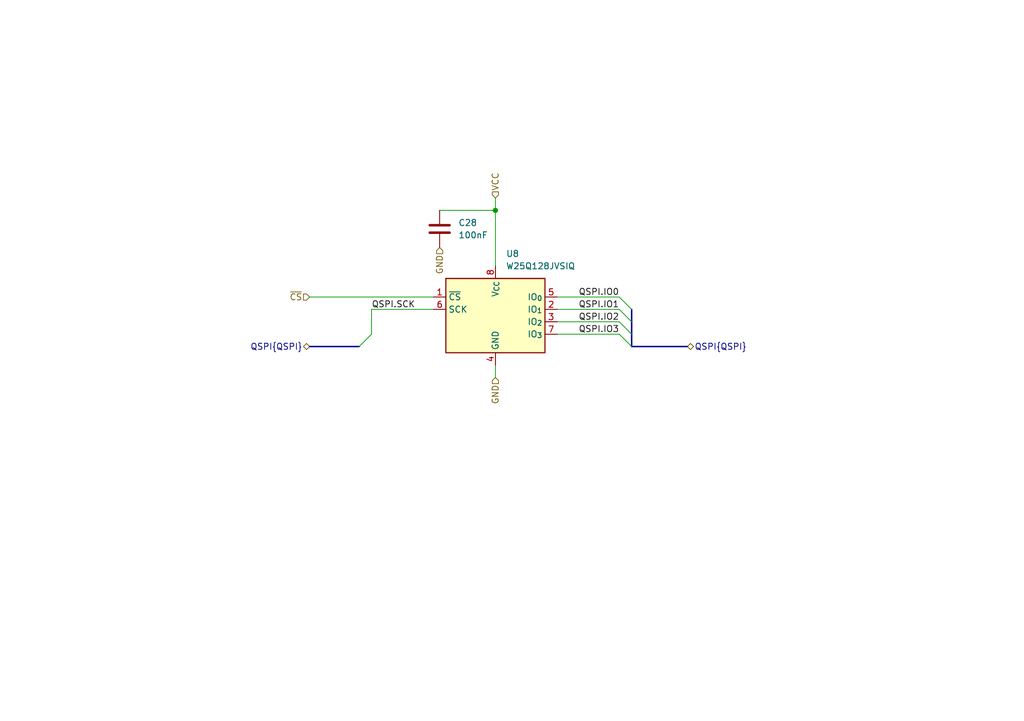
<source format=kicad_sch>
(kicad_sch (version 20250114) (generator "eeschema") (generator_version "9.0")
  (paper "A5")
  (title_block (title "128Mbit Flash") (date "2025-06-26") (rev "2.0.0") (company "George Sleen"))
  (lib_symbols
    (symbol "GS_Capacitor_0402:C_0402_100nF" (pin_numbers (hide yes)) (pin_names (offset 0.254))
      (property "Reference" "C" (at 0.635 2.54 0))
      (property "Value" "100nF" (at 0.635 -2.54 0))
      (symbol "C_0402_100nF_0_1"
        (polyline (pts (xy -2.032 0.762) (xy 2.032 0.762)) (stroke (width 0.508)))
        (polyline (pts (xy -2.032 -0.762) (xy 2.032 -0.762)) (stroke (width 0.508)))
      )
      (symbol "C_0402_100nF_1_1"
        (pin passive line (at 0 3.81 270) (length 2.794) (name "~") (number "1"))
        (pin passive line (at 0 -3.81 90) (length 2.794) (name "~") (number "2"))
      )
    )
    (symbol "GS_EEPROM:W25Q128JVSIQ"
      (property "Reference" "U" (at 2.032 12.192 0))
      (property "Value" "W25Q128JVSIQ" (at 2.032 9.652 0))
      (symbol "W25Q128JVSIQ_1_1"
        (rectangle (start -10.16 7.62) (end 10.16 -7.62) (stroke (width 0.254)) (fill (type background)))
        (pin input line (at -12.7 3.81 0) (length 2.54) (name "~{CS}") (number "1"))
        (pin input line (at -12.7 1.27 0) (length 2.54) (name "SCK") (number "6"))
        (pin power_in line (at 0 10.16 270) (length 2.54) (name "V_{CC}") (number "8"))
        (pin power_in line (at 0 -10.16 90) (length 2.54) (name "GND") (number "4"))
        (pin input line (at 12.7 3.81 180) (length 2.54) (name "DI") (number "5") (alternate "IO_{0}" bidirectional line))
        (pin output line (at 12.7 1.27 180) (length 2.54) (name "DO") (number "2") (alternate "IO_{1}" bidirectional line))
        (pin input line (at 12.7 -1.27 180) (length 2.54) (name "~{WP}") (number "3") (alternate "IO_{2}" bidirectional line))
        (pin input line (at 12.7 -3.81 180) (length 2.54) (name "~{HOLD}") (number "7") (alternate "IO_{3}" bidirectional line))
      )
    )
  )
  (bus_alias "QSPI" (members "IO[0..3]" "SCK"))
  (junction (at 101.6 43.18))
  (bus_entry (at 127 63.5) (size 2.54 2.54))
  (bus_entry (at 73.66 71.12) (size 2.54 -2.54))
  (bus_entry (at 127 66.04) (size 2.54 2.54))
  (bus_entry (at 127 68.58) (size 2.54 2.54))
  (bus_entry (at 127 60.96) (size 2.54 2.54))
  (wire (pts (xy 127 63.5) (xy 114.3 63.5)))
  (wire (pts (xy 101.6 40.64) (xy 101.6 43.18)))
  (wire (pts (xy 76.2 63.5) (xy 88.9 63.5)))
  (wire (pts (xy 101.6 77.47) (xy 101.6 74.93)))
  (wire (pts (xy 101.6 43.18) (xy 101.6 54.61)))
  (bus (pts (xy 129.54 63.5) (xy 129.54 66.04)))
  (bus (pts (xy 129.54 66.04) (xy 129.54 68.58)))
  (bus (pts (xy 129.54 68.58) (xy 129.54 71.12)))
  (wire (pts (xy 63.5 60.96) (xy 88.9 60.96)))
  (wire (pts (xy 127 60.96) (xy 114.3 60.96)))
  (wire (pts (xy 76.2 68.58) (xy 76.2 63.5)))
  (bus (pts (xy 129.54 71.12) (xy 140.97 71.12)))
  (wire (pts (xy 127 66.04) (xy 114.3 66.04)))
  (wire (pts (xy 90.17 43.18) (xy 101.6 43.18)))
  (wire (pts (xy 127 68.58) (xy 114.3 68.58)))
  (bus (pts (xy 73.66 71.12) (xy 63.5 71.12)))
  (label "QSPI.SCK" (at 76.2 63.5 0))
  (label "QSPI.IO3" (at 127 68.58 180))
  (label "QSPI.IO2" (at 127 66.04 180))
  (label "QSPI.IO0" (at 127 60.96 180))
  (label "QSPI.IO1" (at 127 63.5 180))
  (hierarchical_label "GND" (shape input) (at 101.6 77.47 270))
  (hierarchical_label "QSPI{QSPI}" (shape bidirectional) (at 140.97 71.12 0))
  (hierarchical_label "~{CS}" (shape input) (at 63.5 60.96 180))
  (hierarchical_label "GND" (shape input) (at 90.17 50.8 270))
  (hierarchical_label "QSPI{QSPI}" (shape bidirectional) (at 63.5 71.12 180))
  (hierarchical_label "VCC" (shape input) (at 101.6 40.64 90))
  (symbol (lib_id "GS_EEPROM:W25Q128JVSIQ") (at 101.6 64.77 0) (unit 1)
    (property "Reference" "U8" (at 103.7433 52.07 0) (effects (justify left)))
    (property "Value" "W25Q128JVSIQ" (at 103.7433 54.61 0) (effects (justify left)))
    (property "Footprint" "GS_SO:SOIC-8_5.3x5.3mm_P1.27mm" (effects (hide yes)))
    (property "Datasheet" "https://lcsc.com/datasheet/lcsc_datasheet_2412251211_Winbond-Elec-W25Q128JVSIQ_C97521.pdf" (effects (hide yes)))
    (property "Description" "128Mbit QSPI Serial EEPROM, SOIC-8" (effects (hide yes)))
    (property "Manufacturer" "Winbond Elec" (effects (hide yes)))
    (property "Mfr. Part #" "W25Q128JVSIQ" (effects (hide yes)))
    (property "LCSC ID" "C97521" (effects (hide yes)))
    (property "Package" "SOIC-8-208mil" (effects (hide yes)))
    (pin "5" (alternate "IO_{0}"))
    (pin "7" (alternate "IO_{3}"))
    (pin "2" (alternate "IO_{1}"))
    (pin "3" (alternate "IO_{2}"))
  )
  (symbol (lib_id "GS_Capacitor_0402:C_0402_100nF") (at 90.17 46.99 0) (unit 1)
    (property "Reference" "C28" (at 93.98 45.7199 0) (effects (justify left)))
    (property "Value" "100nF" (at 93.98 48.2599 0) (effects (justify left)))
    (property "Footprint" "GS_Capacitors:C_0402_1005Metric" (effects (hide yes)))
    (property "Datasheet" "https://www.lcsc.com/datasheet/lcsc_datasheet_2410121315_CCTC-TCC0402X5R104K160AT_C344189.pdf" (effects (hide yes)))
    (property "Description" "100nF 10% Unpolarized Capacitor, 16V Max Voltage, X5R" (effects (hide yes)))
    (property "Manufacturer" "CCTC" (effects (hide yes)))
    (property "Package" "0402" (effects (hide yes)))
    (property "LCSC ID" "C344189" (effects (hide yes)))
    (property "Mfr. Part #" "TCC0402X5R104K160AT" (effects (hide yes)))
  )
)
</source>
